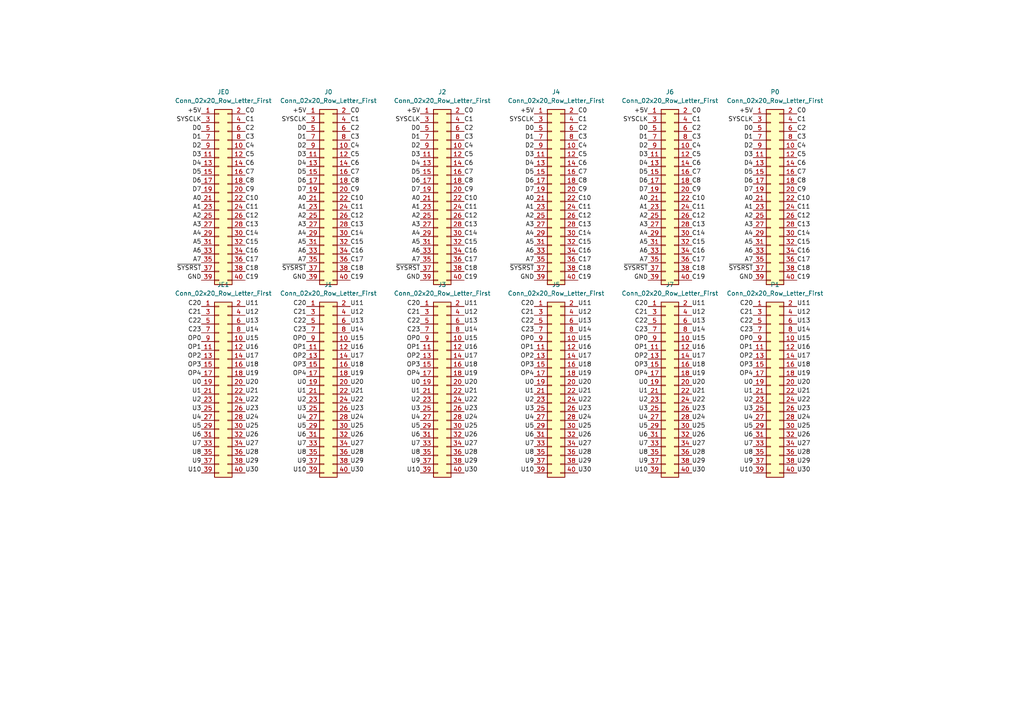
<source format=kicad_sch>
(kicad_sch (version 20230121) (generator eeschema)
  (paper "A4")
  (lib_symbols
    (symbol "Connector_Generic:Conn_02x20_Odd_Even" (pin_names (offset 1.016) hide)
      (property "Reference" "J" (at 1.27 25.4 0))
      (property "Value" "Conn_02x20_Odd_Even" (at 1.27 -27.94 0))
      (symbol "Conn_02x20_Odd_Even_1_1"
        (rectangle (start -1.27 -25.273) (end 0 -25.527) (stroke (width 0.1524)))
        (rectangle (start -1.27 -22.733) (end 0 -22.987) (stroke (width 0.1524)))
        (rectangle (start -1.27 -20.193) (end 0 -20.447) (stroke (width 0.1524)))
        (rectangle (start -1.27 -17.653) (end 0 -17.907) (stroke (width 0.1524)))
        (rectangle (start -1.27 -15.113) (end 0 -15.367) (stroke (width 0.1524)))
        (rectangle (start -1.27 -12.573) (end 0 -12.827) (stroke (width 0.1524)))
        (rectangle (start -1.27 -10.033) (end 0 -10.287) (stroke (width 0.1524)))
        (rectangle (start -1.27 -7.493) (end 0 -7.747) (stroke (width 0.1524)))
        (rectangle (start -1.27 -4.953) (end 0 -5.207) (stroke (width 0.1524)))
        (rectangle (start -1.27 -2.413) (end 0 -2.667) (stroke (width 0.1524)))
        (rectangle (start -1.27 0.127) (end 0 -0.127) (stroke (width 0.1524)))
        (rectangle (start -1.27 2.667) (end 0 2.413) (stroke (width 0.1524)))
        (rectangle (start -1.27 5.207) (end 0 4.953) (stroke (width 0.1524)))
        (rectangle (start -1.27 7.747) (end 0 7.493) (stroke (width 0.1524)))
        (rectangle (start -1.27 10.287) (end 0 10.033) (stroke (width 0.1524)))
        (rectangle (start -1.27 12.827) (end 0 12.573) (stroke (width 0.1524)))
        (rectangle (start -1.27 15.367) (end 0 15.113) (stroke (width 0.1524)))
        (rectangle (start -1.27 17.907) (end 0 17.653) (stroke (width 0.1524)))
        (rectangle (start -1.27 20.447) (end 0 20.193) (stroke (width 0.1524)))
        (rectangle (start -1.27 22.987) (end 0 22.733) (stroke (width 0.1524)))
        (rectangle (start -1.27 24.13) (end 3.81 -26.67) (stroke (width 0.254)) (fill (type background)))
        (rectangle (start 3.81 -25.273) (end 2.54 -25.527) (stroke (width 0.1524)))
        (rectangle (start 3.81 -22.733) (end 2.54 -22.987) (stroke (width 0.1524)))
        (rectangle (start 3.81 -20.193) (end 2.54 -20.447) (stroke (width 0.1524)))
        (rectangle (start 3.81 -17.653) (end 2.54 -17.907) (stroke (width 0.1524)))
        (rectangle (start 3.81 -15.113) (end 2.54 -15.367) (stroke (width 0.1524)))
        (rectangle (start 3.81 -12.573) (end 2.54 -12.827) (stroke (width 0.1524)))
        (rectangle (start 3.81 -10.033) (end 2.54 -10.287) (stroke (width 0.1524)))
        (rectangle (start 3.81 -7.493) (end 2.54 -7.747) (stroke (width 0.1524)))
        (rectangle (start 3.81 -4.953) (end 2.54 -5.207) (stroke (width 0.1524)))
        (rectangle (start 3.81 -2.413) (end 2.54 -2.667) (stroke (width 0.1524)))
        (rectangle (start 3.81 0.127) (end 2.54 -0.127) (stroke (width 0.1524)))
        (rectangle (start 3.81 2.667) (end 2.54 2.413) (stroke (width 0.1524)))
        (rectangle (start 3.81 5.207) (end 2.54 4.953) (stroke (width 0.1524)))
        (rectangle (start 3.81 7.747) (end 2.54 7.493) (stroke (width 0.1524)))
        (rectangle (start 3.81 10.287) (end 2.54 10.033) (stroke (width 0.1524)))
        (rectangle (start 3.81 12.827) (end 2.54 12.573) (stroke (width 0.1524)))
        (rectangle (start 3.81 15.367) (end 2.54 15.113) (stroke (width 0.1524)))
        (rectangle (start 3.81 17.907) (end 2.54 17.653) (stroke (width 0.1524)))
        (rectangle (start 3.81 20.447) (end 2.54 20.193) (stroke (width 0.1524)))
        (rectangle (start 3.81 22.987) (end 2.54 22.733) (stroke (width 0.1524)))
        (pin passive line (at -5.08 22.86 0) (length 3.81) (name "Pin_1") (number "1"))
        (pin passive line (at 7.62 12.7 180) (length 3.81) (name "Pin_10") (number "10"))
        (pin passive line (at -5.08 10.16 0) (length 3.81) (name "Pin_11") (number "11"))
        (pin passive line (at 7.62 10.16 180) (length 3.81) (name "Pin_12") (number "12"))
        (pin passive line (at -5.08 7.62 0) (length 3.81) (name "Pin_13") (number "13"))
        (pin passive line (at 7.62 7.62 180) (length 3.81) (name "Pin_14") (number "14"))
        (pin passive line (at -5.08 5.08 0) (length 3.81) (name "Pin_15") (number "15"))
        (pin passive line (at 7.62 5.08 180) (length 3.81) (name "Pin_16") (number "16"))
        (pin passive line (at -5.08 2.54 0) (length 3.81) (name "Pin_17") (number "17"))
        (pin passive line (at 7.62 2.54 180) (length 3.81) (name "Pin_18") (number "18"))
        (pin passive line (at -5.08 0 0) (length 3.81) (name "Pin_19") (number "19"))
        (pin passive line (at 7.62 22.86 180) (length 3.81) (name "Pin_2") (number "2"))
        (pin passive line (at 7.62 0 180) (length 3.81) (name "Pin_20") (number "20"))
        (pin passive line (at -5.08 -2.54 0) (length 3.81) (name "Pin_21") (number "21"))
        (pin passive line (at 7.62 -2.54 180) (length 3.81) (name "Pin_22") (number "22"))
        (pin passive line (at -5.08 -5.08 0) (length 3.81) (name "Pin_23") (number "23"))
        (pin passive line (at 7.62 -5.08 180) (length 3.81) (name "Pin_24") (number "24"))
        (pin passive line (at -5.08 -7.62 0) (length 3.81) (name "Pin_25") (number "25"))
        (pin passive line (at 7.62 -7.62 180) (length 3.81) (name "Pin_26") (number "26"))
        (pin passive line (at -5.08 -10.16 0) (length 3.81) (name "Pin_27") (number "27"))
        (pin passive line (at 7.62 -10.16 180) (length 3.81) (name "Pin_28") (number "28"))
        (pin passive line (at -5.08 -12.7 0) (length 3.81) (name "Pin_29") (number "29"))
        (pin passive line (at -5.08 20.32 0) (length 3.81) (name "Pin_3") (number "3"))
        (pin passive line (at 7.62 -12.7 180) (length 3.81) (name "Pin_30") (number "30"))
        (pin passive line (at -5.08 -15.24 0) (length 3.81) (name "Pin_31") (number "31"))
        (pin passive line (at 7.62 -15.24 180) (length 3.81) (name "Pin_32") (number "32"))
        (pin passive line (at -5.08 -17.78 0) (length 3.81) (name "Pin_33") (number "33"))
        (pin passive line (at 7.62 -17.78 180) (length 3.81) (name "Pin_34") (number "34"))
        (pin passive line (at -5.08 -20.32 0) (length 3.81) (name "Pin_35") (number "35"))
        (pin passive line (at 7.62 -20.32 180) (length 3.81) (name "Pin_36") (number "36"))
        (pin passive line (at -5.08 -22.86 0) (length 3.81) (name "Pin_37") (number "37"))
        (pin passive line (at 7.62 -22.86 180) (length 3.81) (name "Pin_38") (number "38"))
        (pin passive line (at -5.08 -25.4 0) (length 3.81) (name "Pin_39") (number "39"))
        (pin passive line (at 7.62 20.32 180) (length 3.81) (name "Pin_4") (number "4"))
        (pin passive line (at 7.62 -25.4 180) (length 3.81) (name "Pin_40") (number "40"))
        (pin passive line (at -5.08 17.78 0) (length 3.81) (name "Pin_5") (number "5"))
        (pin passive line (at 7.62 17.78 180) (length 3.81) (name "Pin_6") (number "6"))
        (pin passive line (at -5.08 15.24 0) (length 3.81) (name "Pin_7") (number "7"))
        (pin passive line (at 7.62 15.24 180) (length 3.81) (name "Pin_8") (number "8"))
        (pin passive line (at -5.08 12.7 0) (length 3.81) (name "Pin_9") (number "9"))
      )
    )
  )
  (label "U26" (at 200.66 127 0))
  (label "OP2" (at 121.92 104.14 180))
  (label "A3" (at 58.42 66.04 180))
  (label "D7" (at 121.92 55.88 180))
  (label "D5" (at 121.92 50.8 180))
  (label "U9" (at 121.92 134.62 180))
  (label "C22" (at 218.44 93.98 180))
  (label "C12" (at 101.6 63.5 0))
  (label "C5" (at 134.62 45.72 0))
  (label "U11" (at 167.64 88.9 0))
  (label "C12" (at 71.12 63.5 0))
  (label "C11" (at 101.6 60.96 0))
  (label "C4" (at 200.66 43.18 0))
  (label "D1" (at 218.44 40.64 180))
  (label "U30" (at 167.64 137.16 0))
  (label "C0" (at 101.6 33.02 0))
  (label "C9" (at 167.64 55.88 0))
  (label "C15" (at 167.64 71.12 0))
  (label "C3" (at 231.14 40.64 0))
  (label "U19" (at 167.64 109.22 0))
  (label "U25" (at 71.12 124.46 0))
  (label "C13" (at 200.66 66.04 0))
  (label "C2" (at 101.6 38.1 0))
  (label "C21" (at 154.94 91.44 180))
  (label "A5" (at 121.92 71.12 180))
  (label "U9" (at 218.44 134.62 180))
  (label "C10" (at 101.6 58.42 0))
  (label "U28" (at 71.12 132.08 0))
  (label "A0" (at 121.92 58.42 180))
  (label "U3" (at 187.96 119.38 180))
  (label "C6" (at 200.66 48.26 0))
  (label "U13" (at 101.6 93.98 0))
  (label "U4" (at 218.44 121.92 180))
  (label "D7" (at 58.42 55.88 180))
  (label "D1" (at 58.42 40.64 180))
  (label "U22" (at 134.62 116.84 0))
  (label "A0" (at 58.42 58.42 180))
  (label "C13" (at 231.14 66.04 0))
  (label "U25" (at 134.62 124.46 0))
  (label "C3" (at 101.6 40.64 0))
  (label "C0" (at 167.64 33.02 0))
  (label "C1" (at 134.62 35.56 0))
  (label "U10" (at 187.96 137.16 180))
  (label "D6" (at 121.92 53.34 180))
  (label "C2" (at 167.64 38.1 0))
  (label "C10" (at 71.12 58.42 0))
  (label "U13" (at 71.12 93.98 0))
  (label "SYSCLK" (at 218.44 35.56 180))
  (label "U30" (at 200.66 137.16 0))
  (label "+5V" (at 121.92 33.02 180))
  (label "U29" (at 200.66 134.62 0))
  (label "GND" (at 218.44 81.28 180))
  (label "C8" (at 200.66 53.34 0))
  (label "~{SYSRST}" (at 58.42 78.74 180))
  (label "C8" (at 101.6 53.34 0))
  (label "C5" (at 71.12 45.72 0))
  (label "U14" (at 134.62 96.52 0))
  (label "C11" (at 134.62 60.96 0))
  (label "U14" (at 200.66 96.52 0))
  (label "C4" (at 167.64 43.18 0))
  (label "U16" (at 231.14 101.6 0))
  (label "U6" (at 218.44 127 180))
  (label "U19" (at 71.12 109.22 0))
  (label "U29" (at 101.6 134.62 0))
  (label "C17" (at 167.64 76.2 0))
  (label "~{SYSRST}" (at 88.9 78.74 180))
  (label "A3" (at 88.9 66.04 180))
  (label "C8" (at 134.62 53.34 0))
  (label "U1" (at 154.94 114.3 180))
  (label "A1" (at 88.9 60.96 180))
  (label "C1" (at 71.12 35.56 0))
  (label "A2" (at 58.42 63.5 180))
  (label "C1" (at 200.66 35.56 0))
  (label "OP0" (at 88.9 99.06 180))
  (label "U19" (at 231.14 109.22 0))
  (label "C3" (at 134.62 40.64 0))
  (label "C9" (at 200.66 55.88 0))
  (label "C0" (at 71.12 33.02 0))
  (label "A6" (at 187.96 73.66 180))
  (label "C15" (at 200.66 71.12 0))
  (label "D1" (at 88.9 40.64 180))
  (label "U21" (at 101.6 114.3 0))
  (label "U4" (at 121.92 121.92 180))
  (label "U4" (at 187.96 121.92 180))
  (label "U16" (at 134.62 101.6 0))
  (label "C14" (at 231.14 68.58 0))
  (label "U22" (at 71.12 116.84 0))
  (label "C22" (at 58.42 93.98 180))
  (label "U14" (at 71.12 96.52 0))
  (label "U17" (at 167.64 104.14 0))
  (label "U14" (at 101.6 96.52 0))
  (label "OP4" (at 58.42 109.22 180))
  (label "U22" (at 231.14 116.84 0))
  (label "U16" (at 200.66 101.6 0))
  (label "C10" (at 134.62 58.42 0))
  (label "SYSCLK" (at 58.42 35.56 180))
  (label "C21" (at 88.9 91.44 180))
  (label "SYSCLK" (at 121.92 35.56 180))
  (label "C20" (at 218.44 88.9 180))
  (label "C13" (at 101.6 66.04 0))
  (label "U12" (at 134.62 91.44 0))
  (label "C19" (at 71.12 81.28 0))
  (label "U27" (at 231.14 129.54 0))
  (label "D4" (at 154.94 48.26 180))
  (label "A1" (at 58.42 60.96 180))
  (label "A6" (at 88.9 73.66 180))
  (label "U27" (at 167.64 129.54 0))
  (label "A3" (at 121.92 66.04 180))
  (label "C18" (at 71.12 78.74 0))
  (label "C16" (at 134.62 73.66 0))
  (label "+5V" (at 58.42 33.02 180))
  (label "C23" (at 121.92 96.52 180))
  (label "D7" (at 218.44 55.88 180))
  (label "U25" (at 231.14 124.46 0))
  (label "U5" (at 218.44 124.46 180))
  (label "U29" (at 231.14 134.62 0))
  (label "U24" (at 71.12 121.92 0))
  (label "U23" (at 167.64 119.38 0))
  (label "C13" (at 134.62 66.04 0))
  (label "C11" (at 231.14 60.96 0))
  (label "C23" (at 88.9 96.52 180))
  (label "U11" (at 101.6 88.9 0))
  (label "C5" (at 231.14 45.72 0))
  (label "D0" (at 58.42 38.1 180))
  (label "U23" (at 101.6 119.38 0))
  (label "C9" (at 71.12 55.88 0))
  (label "C5" (at 200.66 45.72 0))
  (label "C7" (at 134.62 50.8 0))
  (label "C16" (at 71.12 73.66 0))
  (label "U14" (at 231.14 96.52 0))
  (label "OP1" (at 218.44 101.6 180))
  (label "A5" (at 88.9 71.12 180))
  (label "OP3" (at 187.96 106.68 180))
  (label "C2" (at 231.14 38.1 0))
  (label "A2" (at 88.9 63.5 180))
  (label "D6" (at 88.9 53.34 180))
  (label "U2" (at 88.9 116.84 180))
  (label "U28" (at 167.64 132.08 0))
  (label "C5" (at 101.6 45.72 0))
  (label "D4" (at 218.44 48.26 180))
  (label "D1" (at 187.96 40.64 180))
  (label "C22" (at 88.9 93.98 180))
  (label "U26" (at 71.12 127 0))
  (label "U9" (at 187.96 134.62 180))
  (label "C14" (at 134.62 68.58 0))
  (label "C14" (at 200.66 68.58 0))
  (label "A6" (at 58.42 73.66 180))
  (label "C20" (at 121.92 88.9 180))
  (label "U1" (at 121.92 114.3 180))
  (label "U21" (at 167.64 114.3 0))
  (label "C16" (at 101.6 73.66 0))
  (label "C22" (at 154.94 93.98 180))
  (label "U18" (at 231.14 106.68 0))
  (label "U23" (at 134.62 119.38 0))
  (label "U9" (at 88.9 134.62 180))
  (label "OP0" (at 154.94 99.06 180))
  (label "U29" (at 134.62 134.62 0))
  (label "U11" (at 71.12 88.9 0))
  (label "C4" (at 71.12 43.18 0))
  (label "C12" (at 231.14 63.5 0))
  (label "~{SYSRST}" (at 154.94 78.74 180))
  (label "U13" (at 200.66 93.98 0))
  (label "C6" (at 167.64 48.26 0))
  (label "U12" (at 231.14 91.44 0))
  (label "D1" (at 121.92 40.64 180))
  (label "C18" (at 134.62 78.74 0))
  (label "D6" (at 218.44 53.34 180))
  (label "U15" (at 167.64 99.06 0))
  (label "C4" (at 231.14 43.18 0))
  (label "C15" (at 71.12 71.12 0))
  (label "OP0" (at 58.42 99.06 180))
  (label "OP1" (at 88.9 101.6 180))
  (label "U30" (at 134.62 137.16 0))
  (label "A7" (at 187.96 76.2 180))
  (label "D0" (at 187.96 38.1 180))
  (label "U12" (at 101.6 91.44 0))
  (label "U10" (at 58.42 137.16 180))
  (label "U5" (at 154.94 124.46 180))
  (label "U13" (at 231.14 93.98 0))
  (label "U12" (at 167.64 91.44 0))
  (label "U18" (at 167.64 106.68 0))
  (label "U22" (at 167.64 116.84 0))
  (label "U21" (at 71.12 114.3 0))
  (label "A2" (at 187.96 63.5 180))
  (label "OP0" (at 121.92 99.06 180))
  (label "~{SYSRST}" (at 121.92 78.74 180))
  (label "U19" (at 134.62 109.22 0))
  (label "U17" (at 71.12 104.14 0))
  (label "C2" (at 134.62 38.1 0))
  (label "C18" (at 231.14 78.74 0))
  (label "U6" (at 88.9 127 180))
  (label "C22" (at 121.92 93.98 180))
  (label "C21" (at 218.44 91.44 180))
  (label "U5" (at 187.96 124.46 180))
  (label "+5V" (at 154.94 33.02 180))
  (label "D4" (at 121.92 48.26 180))
  (label "U25" (at 101.6 124.46 0))
  (label "D5" (at 154.94 50.8 180))
  (label "D3" (at 218.44 45.72 180))
  (label "A1" (at 187.96 60.96 180))
  (label "D2" (at 218.44 43.18 180))
  (label "OP2" (at 88.9 104.14 180))
  (label "U16" (at 167.64 101.6 0))
  (label "U24" (at 231.14 121.92 0))
  (label "U23" (at 71.12 119.38 0))
  (label "U7" (at 218.44 129.54 180))
  (label "D3" (at 58.42 45.72 180))
  (label "C8" (at 167.64 53.34 0))
  (label "C16" (at 231.14 73.66 0))
  (label "C20" (at 58.42 88.9 180))
  (label "A7" (at 58.42 76.2 180))
  (label "A4" (at 187.96 68.58 180))
  (label "C0" (at 231.14 33.02 0))
  (label "U26" (at 231.14 127 0))
  (label "D5" (at 58.42 50.8 180))
  (label "U3" (at 88.9 119.38 180))
  (label "U3" (at 121.92 119.38 180))
  (label "D4" (at 187.96 48.26 180))
  (label "U17" (at 200.66 104.14 0))
  (label "SYSCLK" (at 154.94 35.56 180))
  (label "A6" (at 154.94 73.66 180))
  (label "C17" (at 101.6 76.2 0))
  (label "C16" (at 167.64 73.66 0))
  (label "+5V" (at 187.96 33.02 180))
  (label "U4" (at 88.9 121.92 180))
  (label "D2" (at 154.94 43.18 180))
  (label "A6" (at 218.44 73.66 180))
  (label "A4" (at 218.44 68.58 180))
  (label "OP1" (at 154.94 101.6 180))
  (label "D0" (at 121.92 38.1 180))
  (label "C14" (at 71.12 68.58 0))
  (label "A4" (at 88.9 68.58 180))
  (label "A2" (at 154.94 63.5 180))
  (label "A4" (at 121.92 68.58 180))
  (label "U30" (at 71.12 137.16 0))
  (label "SYSCLK" (at 88.9 35.56 180))
  (label "OP3" (at 218.44 106.68 180))
  (label "U27" (at 71.12 129.54 0))
  (label "C13" (at 167.64 66.04 0))
  (label "U26" (at 167.64 127 0))
  (label "U19" (at 200.66 109.22 0))
  (label "U15" (at 71.12 99.06 0))
  (label "U4" (at 154.94 121.92 180))
  (label "GND" (at 58.42 81.28 180))
  (label "OP2" (at 187.96 104.14 180))
  (label "OP1" (at 187.96 101.6 180))
  (label "U29" (at 71.12 134.62 0))
  (label "C14" (at 101.6 68.58 0))
  (label "C1" (at 101.6 35.56 0))
  (label "U10" (at 121.92 137.16 180))
  (label "OP3" (at 154.94 106.68 180))
  (label "D7" (at 187.96 55.88 180))
  (label "C23" (at 218.44 96.52 180))
  (label "GND" (at 88.9 81.28 180))
  (label "C15" (at 231.14 71.12 0))
  (label "U25" (at 200.66 124.46 0))
  (label "OP3" (at 88.9 106.68 180))
  (label "U20" (at 134.62 111.76 0))
  (label "U28" (at 231.14 132.08 0))
  (label "A4" (at 154.94 68.58 180))
  (label "D5" (at 187.96 50.8 180))
  (label "D7" (at 154.94 55.88 180))
  (label "A3" (at 218.44 66.04 180))
  (label "U14" (at 167.64 96.52 0))
  (label "U7" (at 121.92 129.54 180))
  (label "C6" (at 231.14 48.26 0))
  (label "C0" (at 134.62 33.02 0))
  (label "U11" (at 134.62 88.9 0))
  (label "U26" (at 101.6 127 0))
  (label "C6" (at 134.62 48.26 0))
  (label "U27" (at 200.66 129.54 0))
  (label "U6" (at 121.92 127 180))
  (label "A3" (at 187.96 66.04 180))
  (label "C13" (at 71.12 66.04 0))
  (label "D6" (at 154.94 53.34 180))
  (label "D4" (at 88.9 48.26 180))
  (label "U29" (at 167.64 134.62 0))
  (label "D3" (at 88.9 45.72 180))
  (label "OP0" (at 218.44 99.06 180))
  (label "U23" (at 200.66 119.38 0))
  (label "C10" (at 167.64 58.42 0))
  (label "D3" (at 154.94 45.72 180))
  (label "OP4" (at 88.9 109.22 180))
  (label "U30" (at 231.14 137.16 0))
  (label "C21" (at 58.42 91.44 180))
  (label "U15" (at 134.62 99.06 0))
  (label "OP4" (at 187.96 109.22 180))
  (label "U1" (at 218.44 114.3 180))
  (label "C11" (at 167.64 60.96 0))
  (label "C1" (at 167.64 35.56 0))
  (label "U8" (at 187.96 132.08 180))
  (label "C19" (at 134.62 81.28 0))
  (label "U2" (at 58.42 116.84 180))
  (label "OP3" (at 58.42 106.68 180))
  (label "U18" (at 200.66 106.68 0))
  (label "C7" (at 167.64 50.8 0))
  (label "C7" (at 200.66 50.8 0))
  (label "C17" (at 231.14 76.2 0))
  (label "C19" (at 101.6 81.28 0))
  (label "U5" (at 88.9 124.46 180))
  (label "C20" (at 88.9 88.9 180))
  (label "C6" (at 71.12 48.26 0))
  (label "U3" (at 58.42 119.38 180))
  (label "OP4" (at 121.92 109.22 180))
  (label "U17" (at 101.6 104.14 0))
  (label "C23" (at 187.96 96.52 180))
  (label "U21" (at 134.62 114.3 0))
  (label "U3" (at 154.94 119.38 180))
  (label "C11" (at 200.66 60.96 0))
  (label "C19" (at 231.14 81.28 0))
  (label "C7" (at 71.12 50.8 0))
  (label "U13" (at 167.64 93.98 0))
  (label "C3" (at 71.12 40.64 0))
  (label "C18" (at 167.64 78.74 0))
  (label "C7" (at 101.6 50.8 0))
  (label "U19" (at 101.6 109.22 0))
  (label "U28" (at 101.6 132.08 0))
  (label "OP2" (at 58.42 104.14 180))
  (label "U10" (at 218.44 137.16 180))
  (label "C9" (at 231.14 55.88 0))
  (label "U20" (at 101.6 111.76 0))
  (label "U24" (at 134.62 121.92 0))
  (label "C12" (at 134.62 63.5 0))
  (label "C20" (at 154.94 88.9 180))
  (label "U8" (at 88.9 132.08 180))
  (label "U16" (at 101.6 101.6 0))
  (label "U2" (at 154.94 116.84 180))
  (label "OP4" (at 218.44 109.22 180))
  (label "C9" (at 101.6 55.88 0))
  (label "A7" (at 154.94 76.2 180))
  (label "U7" (at 154.94 129.54 180))
  (label "U24" (at 200.66 121.92 0))
  (label "U0" (at 187.96 111.76 180))
  (label "D1" (at 154.94 40.64 180))
  (label "U27" (at 101.6 129.54 0))
  (label "C16" (at 200.66 73.66 0))
  (label "U28" (at 200.66 132.08 0))
  (label "U23" (at 231.14 119.38 0))
  (label "U18" (at 71.12 106.68 0))
  (label "U18" (at 101.6 106.68 0))
  (label "U6" (at 58.42 127 180))
  (label "D2" (at 58.42 43.18 180))
  (label "U27" (at 134.62 129.54 0))
  (label "C4" (at 101.6 43.18 0))
  (label "C18" (at 200.66 78.74 0))
  (label "U16" (at 71.12 101.6 0))
  (label "U11" (at 200.66 88.9 0))
  (label "U0" (at 154.94 111.76 180))
  (label "A0" (at 187.96 58.42 180))
  (label "U21" (at 231.14 114.3 0))
  (label "U0" (at 121.92 111.76 180))
  (label "D0" (at 154.94 38.1 180))
  (label "U25" (at 167.64 124.46 0))
  (label "C17" (at 134.62 76.2 0))
  (label "C23" (at 58.42 96.52 180))
  (label "C15" (at 101.6 71.12 0))
  (label "C10" (at 231.14 58.42 0))
  (label "C19" (at 200.66 81.28 0))
  (label "U15" (at 231.14 99.06 0))
  (label "C7" (at 231.14 50.8 0))
  (label "U5" (at 58.42 124.46 180))
  (label "C17" (at 200.66 76.2 0))
  (label "C2" (at 200.66 38.1 0))
  (label "U8" (at 121.92 132.08 180))
  (label "C1" (at 231.14 35.56 0))
  (label "U1" (at 88.9 114.3 180))
  (label "C21" (at 121.92 91.44 180))
  (label "D2" (at 88.9 43.18 180))
  (label "A3" (at 154.94 66.04 180))
  (label "U17" (at 231.14 104.14 0))
  (label "C12" (at 167.64 63.5 0))
  (label "A4" (at 58.42 68.58 180))
  (label "U1" (at 58.42 114.3 180))
  (label "A0" (at 154.94 58.42 180))
  (label "A6" (at 121.92 73.66 180))
  (label "GND" (at 121.92 81.28 180))
  (label "D3" (at 187.96 45.72 180))
  (label "C21" (at 187.96 91.44 180))
  (label "D2" (at 121.92 43.18 180))
  (label "C8" (at 71.12 53.34 0))
  (label "U10" (at 88.9 137.16 180))
  (label "C6" (at 101.6 48.26 0))
  (label "GND" (at 187.96 81.28 180))
  (label "~{SYSRST}" (at 218.44 78.74 180))
  (label "A5" (at 187.96 71.12 180))
  (label "C8" (at 231.14 53.34 0))
  (label "A1" (at 154.94 60.96 180))
  (label "D7" (at 88.9 55.88 180))
  (label "OP2" (at 154.94 104.14 180))
  (label "C5" (at 167.64 45.72 0))
  (label "U2" (at 121.92 116.84 180))
  (label "C11" (at 71.12 60.96 0))
  (label "OP2" (at 218.44 104.14 180))
  (label "D2" (at 187.96 43.18 180))
  (label "A0" (at 218.44 58.42 180))
  (label "OP1" (at 58.42 101.6 180))
  (label "C9" (at 134.62 55.88 0))
  (label "U8" (at 154.94 132.08 180))
  (label "D5" (at 88.9 50.8 180))
  (label "A7" (at 121.92 76.2 180))
  (label "+5V" (at 218.44 33.02 180))
  (label "U8" (at 58.42 132.08 180))
  (label "C23" (at 154.94 96.52 180))
  (label "U2" (at 187.96 116.84 180))
  (label "A2" (at 218.44 63.5 180))
  (label "A5" (at 58.42 71.12 180))
  (label "~{SYSRST}" (at 187.96 78.74 180))
  (label "U0" (at 88.9 111.76 180))
  (label "C19" (at 167.64 81.28 0))
  (label "C15" (at 134.62 71.12 0))
  (label "U4" (at 58.42 121.92 180))
  (label "C10" (at 200.66 58.42 0))
  (label "A2" (at 121.92 63.5 180))
  (label "A5" (at 218.44 71.12 180))
  (label "D3" (at 121.92 45.72 180))
  (label "U26" (at 134.62 127 0))
  (label "GND" (at 154.94 81.28 180))
  (label "OP1" (at 121.92 101.6 180))
  (label "U24" (at 167.64 121.92 0))
  (label "U12" (at 71.12 91.44 0))
  (label "U28" (at 134.62 132.08 0))
  (label "A1" (at 218.44 60.96 180))
  (label "U10" (at 154.94 137.16 180))
  (label "+5V" (at 88.9 33.02 180))
  (label "U8" (at 218.44 132.08 180))
  (label "C12" (at 200.66 63.5 0))
  (label "C20" (at 187.96 88.9 180))
  (label "U0" (at 58.42 111.76 180))
  (label "U11" (at 231.14 88.9 0))
  (label "U17" (at 134.62 104.14 0))
  (label "U24" (at 101.6 121.92 0))
  (label "C17" (at 71.12 76.2 0))
  (label "U6" (at 154.94 127 180))
  (label "U22" (at 101.6 116.84 0))
  (label "D5" (at 218.44 50.8 180))
  (label "C3" (at 200.66 40.64 0))
  (label "U9" (at 58.42 134.62 180))
  (label "SYSCLK" (at 187.96 35.56 180))
  (label "C18" (at 101.6 78.74 0))
  (label "C22" (at 187.96 93.98 180))
  (label "U5" (at 121.92 124.46 180))
  (label "U0" (at 218.44 111.76 180))
  (label "D6" (at 58.42 53.34 180))
  (label "U9" (at 154.94 134.62 180))
  (label "U6" (at 187.96 127 180))
  (label "D0" (at 88.9 38.1 180))
  (label "OP0" (at 187.96 99.06 180))
  (label "U7" (at 88.9 129.54 180))
  (label "A5" (at 154.94 71.12 180))
  (label "D4" (at 58.42 48.26 180))
  (label "U13" (at 134.62 93.98 0))
  (label "U18" (at 134.62 106.68 0))
  (label "U3" (at 218.44 119.38 180))
  (label "U20" (at 167.64 111.76 0))
  (label "A7" (at 88.9 76.2 180))
  (label "C0" (at 200.66 33.02 0))
  (label "U22" (at 200.66 116.84 0))
  (label "D0" (at 218.44 38.1 180))
  (label "U20" (at 200.66 111.76 0))
  (label "U2" (at 218.44 116.84 180))
  (label "A0" (at 88.9 58.42 180))
  (label "C3" (at 167.64 40.64 0))
  (label "U7" (at 187.96 129.54 180))
  (label "U12" (at 200.66 91.44 0))
  (label "U15" (at 200.66 99.06 0))
  (label "U20" (at 71.12 111.76 0))
  (label "U1" (at 187.96 114.3 180))
  (label "U15" (at 101.6 99.06 0))
  (label "A1" (at 121.92 60.96 180))
  (label "U30" (at 101.6 137.16 0))
  (label "U7" (at 58.42 129.54 180))
  (label "U21" (at 200.66 114.3 0))
  (label "U20" (at 231.14 111.76 0))
  (label "C14" (at 167.64 68.58 0))
  (label "OP4" (at 154.94 109.22 180))
  (label "C4" (at 134.62 43.18 0))
  (label "D6" (at 187.96 53.34 180))
  (label "C2" (at 71.12 38.1 0))
  (label "A7" (at 218.44 76.2 180))
  (label "OP3" (at 121.92 106.68 180))
  (symbol (lib_id "Connector_Generic:Conn_02x20_Odd_Even") (at 93.98 55.88 0) (unit 1)
    (property "Reference" "J0" (at 95.25 26.67 0))
    (property "Value" "Conn_02x20_Row_Letter_First" (at 95.25 29.21 0))
    (property "Footprint" "Connector_PinSocket_2.54mm:PinSocket_2x20_P2.54mm_Vertical" (effects hide))
  )
  (symbol (lib_id "Connector_Generic:Conn_02x20_Odd_Even") (at 193.04 55.88 0) (unit 1)
    (property "Reference" "J6" (at 194.31 26.67 0))
    (property "Value" "Conn_02x20_Row_Letter_First" (at 194.31 29.21 0))
    (property "Footprint" "Connector_PinSocket_2.54mm:PinSocket_2x20_P2.54mm_Vertical" (effects hide))
  )
  (symbol (lib_id "Connector_Generic:Conn_02x20_Odd_Even") (at 93.98 111.76 0) (unit 1)
    (property "Reference" "J1" (at 95.25 82.55 0))
    (property "Value" "Conn_02x20_Row_Letter_First" (at 95.25 85.09 0))
    (property "Footprint" "Connector_PinSocket_2.54mm:PinSocket_2x20_P2.54mm_Vertical" (effects hide))
  )
  (symbol (lib_id "Connector_Generic:Conn_02x20_Odd_Even") (at 193.04 111.76 0) (unit 1)
    (property "Reference" "J7" (at 194.31 82.55 0))
    (property "Value" "Conn_02x20_Row_Letter_First" (at 194.31 85.09 0))
    (property "Footprint" "Connector_PinSocket_2.54mm:PinSocket_2x20_P2.54mm_Vertical" (effects hide))
  )
  (symbol (lib_id "Connector_Generic:Conn_02x20_Odd_Even") (at 223.52 55.88 0) (unit 1)
    (property "Reference" "P0" (at 224.79 26.67 0))
    (property "Value" "Conn_02x20_Row_Letter_First" (at 224.79 29.21 0))
    (property "Footprint" "Connector_PinHeader_2.54mm:PinHeader_2x20_P2.54mm_Horizontal" (effects hide))
  )
  (symbol (lib_id "Connector_Generic:Conn_02x20_Odd_Even") (at 127 111.76 0) (unit 1)
    (property "Reference" "J3" (at 128.27 82.55 0))
    (property "Value" "Conn_02x20_Row_Letter_First" (at 128.27 85.09 0))
    (property "Footprint" "Connector_PinSocket_2.54mm:PinSocket_2x20_P2.54mm_Vertical" (effects hide))
  )
  (symbol (lib_id "Connector_Generic:Conn_02x20_Odd_Even") (at 63.5 111.76 0) (unit 1)
    (property "Reference" "JE1" (at 64.77 82.55 0))
    (property "Value" "Conn_02x20_Row_Letter_First" (at 64.77 85.09 0))
    (property "Footprint" "Connector_PinSocket_2.54mm:PinSocket_2x20_P2.54mm_Horizontal" (effects hide))
  )
  (symbol (lib_id "Connector_Generic:Conn_02x20_Odd_Even") (at 63.5 55.88 0) (unit 1)
    (property "Reference" "JE0" (at 64.77 26.67 0))
    (property "Value" "Conn_02x20_Row_Letter_First" (at 64.77 29.21 0))
    (property "Footprint" "Connector_PinSocket_2.54mm:PinSocket_2x20_P2.54mm_Horizontal" (effects hide))
  )
  (symbol (lib_id "Connector_Generic:Conn_02x20_Odd_Even") (at 160.02 55.88 0) (unit 1)
    (property "Reference" "J4" (at 161.29 26.67 0))
    (property "Value" "Conn_02x20_Row_Letter_First" (at 161.29 29.21 0))
    (property "Footprint" "Connector_PinSocket_2.54mm:PinSocket_2x20_P2.54mm_Vertical" (effects hide))
  )
  (symbol (lib_id "Connector_Generic:Conn_02x20_Odd_Even") (at 160.02 111.76 0) (unit 1)
    (property "Reference" "J5" (at 161.29 82.55 0))
    (property "Value" "Conn_02x20_Row_Letter_First" (at 161.29 85.09 0))
    (property "Footprint" "Connector_PinSocket_2.54mm:PinSocket_2x20_P2.54mm_Vertical" (effects hide))
  )
  (symbol (lib_id "Connector_Generic:Conn_02x20_Odd_Even") (at 127 55.88 0) (unit 1)
    (property "Reference" "J2" (at 128.27 26.67 0))
    (property "Value" "Conn_02x20_Row_Letter_First" (at 128.27 29.21 0))
    (property "Footprint" "Connector_PinSocket_2.54mm:PinSocket_2x20_P2.54mm_Vertical" (effects hide))
  )
  (symbol (lib_id "Connector_Generic:Conn_02x20_Odd_Even") (at 223.52 111.76 0) (unit 1)
    (property "Reference" "P1" (at 224.79 82.55 0))
    (property "Value" "Conn_02x20_Row_Letter_First" (at 224.79 85.09 0))
    (property "Footprint" "Connector_PinHeader_2.54mm:PinHeader_2x20_P2.54mm_Horizontal" (effects hide))
  )
)
</source>
